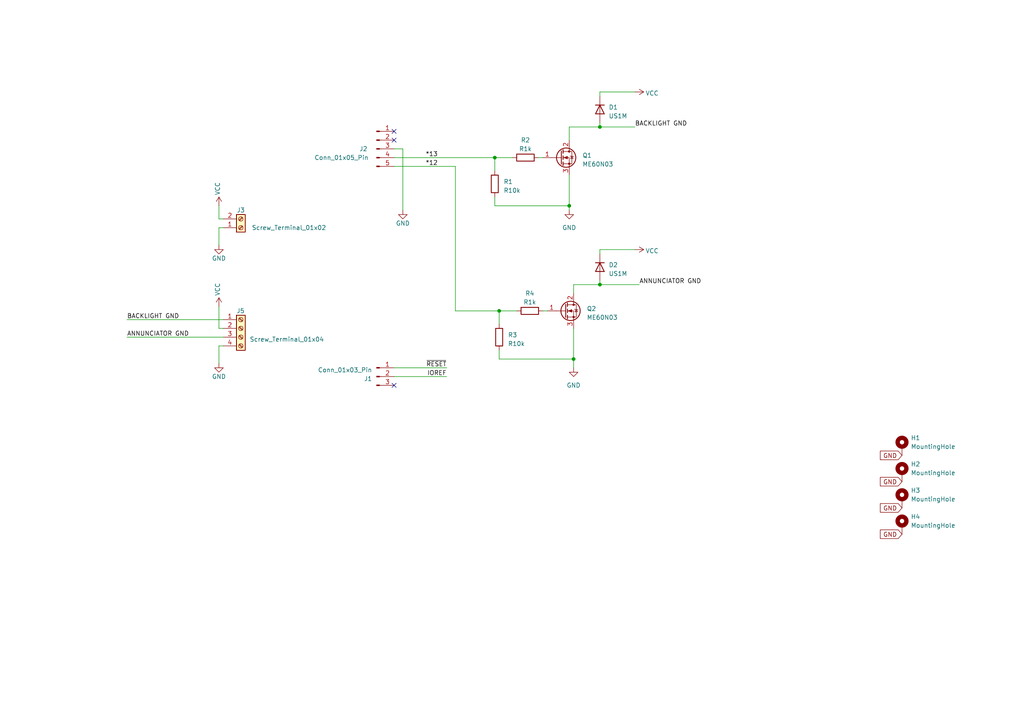
<source format=kicad_sch>
(kicad_sch
	(version 20250114)
	(generator "eeschema")
	(generator_version "9.0")
	(uuid "e63e39d7-6ac0-4ffd-8aa3-1841a4541b55")
	(paper "A4")
	(title_block
		(date "mar. 31 mars 2015")
	)
	(lib_symbols
		(symbol "Connector:Conn_01x03_Pin"
			(pin_names
				(offset 1.016)
				(hide yes)
			)
			(exclude_from_sim no)
			(in_bom yes)
			(on_board yes)
			(property "Reference" "J"
				(at 0 5.08 0)
				(effects
					(font
						(size 1.27 1.27)
					)
				)
			)
			(property "Value" "Conn_01x03_Pin"
				(at 0 -5.08 0)
				(effects
					(font
						(size 1.27 1.27)
					)
				)
			)
			(property "Footprint" ""
				(at 0 0 0)
				(effects
					(font
						(size 1.27 1.27)
					)
					(hide yes)
				)
			)
			(property "Datasheet" "~"
				(at 0 0 0)
				(effects
					(font
						(size 1.27 1.27)
					)
					(hide yes)
				)
			)
			(property "Description" "Generic connector, single row, 01x03, script generated"
				(at 0 0 0)
				(effects
					(font
						(size 1.27 1.27)
					)
					(hide yes)
				)
			)
			(property "ki_locked" ""
				(at 0 0 0)
				(effects
					(font
						(size 1.27 1.27)
					)
				)
			)
			(property "ki_keywords" "connector"
				(at 0 0 0)
				(effects
					(font
						(size 1.27 1.27)
					)
					(hide yes)
				)
			)
			(property "ki_fp_filters" "Connector*:*_1x??_*"
				(at 0 0 0)
				(effects
					(font
						(size 1.27 1.27)
					)
					(hide yes)
				)
			)
			(symbol "Conn_01x03_Pin_1_1"
				(rectangle
					(start 0.8636 2.667)
					(end 0 2.413)
					(stroke
						(width 0.1524)
						(type default)
					)
					(fill
						(type outline)
					)
				)
				(rectangle
					(start 0.8636 0.127)
					(end 0 -0.127)
					(stroke
						(width 0.1524)
						(type default)
					)
					(fill
						(type outline)
					)
				)
				(rectangle
					(start 0.8636 -2.413)
					(end 0 -2.667)
					(stroke
						(width 0.1524)
						(type default)
					)
					(fill
						(type outline)
					)
				)
				(polyline
					(pts
						(xy 1.27 2.54) (xy 0.8636 2.54)
					)
					(stroke
						(width 0.1524)
						(type default)
					)
					(fill
						(type none)
					)
				)
				(polyline
					(pts
						(xy 1.27 0) (xy 0.8636 0)
					)
					(stroke
						(width 0.1524)
						(type default)
					)
					(fill
						(type none)
					)
				)
				(polyline
					(pts
						(xy 1.27 -2.54) (xy 0.8636 -2.54)
					)
					(stroke
						(width 0.1524)
						(type default)
					)
					(fill
						(type none)
					)
				)
				(pin passive line
					(at 5.08 2.54 180)
					(length 3.81)
					(name "Pin_1"
						(effects
							(font
								(size 1.27 1.27)
							)
						)
					)
					(number "1"
						(effects
							(font
								(size 1.27 1.27)
							)
						)
					)
				)
				(pin passive line
					(at 5.08 0 180)
					(length 3.81)
					(name "Pin_2"
						(effects
							(font
								(size 1.27 1.27)
							)
						)
					)
					(number "2"
						(effects
							(font
								(size 1.27 1.27)
							)
						)
					)
				)
				(pin passive line
					(at 5.08 -2.54 180)
					(length 3.81)
					(name "Pin_3"
						(effects
							(font
								(size 1.27 1.27)
							)
						)
					)
					(number "3"
						(effects
							(font
								(size 1.27 1.27)
							)
						)
					)
				)
			)
			(embedded_fonts no)
		)
		(symbol "Connector:Conn_01x05_Pin"
			(pin_names
				(offset 1.016)
				(hide yes)
			)
			(exclude_from_sim no)
			(in_bom yes)
			(on_board yes)
			(property "Reference" "J"
				(at 0 7.62 0)
				(effects
					(font
						(size 1.27 1.27)
					)
				)
			)
			(property "Value" "Conn_01x05_Pin"
				(at 0 -7.62 0)
				(effects
					(font
						(size 1.27 1.27)
					)
				)
			)
			(property "Footprint" ""
				(at 0 0 0)
				(effects
					(font
						(size 1.27 1.27)
					)
					(hide yes)
				)
			)
			(property "Datasheet" "~"
				(at 0 0 0)
				(effects
					(font
						(size 1.27 1.27)
					)
					(hide yes)
				)
			)
			(property "Description" "Generic connector, single row, 01x05, script generated"
				(at 0 0 0)
				(effects
					(font
						(size 1.27 1.27)
					)
					(hide yes)
				)
			)
			(property "ki_locked" ""
				(at 0 0 0)
				(effects
					(font
						(size 1.27 1.27)
					)
				)
			)
			(property "ki_keywords" "connector"
				(at 0 0 0)
				(effects
					(font
						(size 1.27 1.27)
					)
					(hide yes)
				)
			)
			(property "ki_fp_filters" "Connector*:*_1x??_*"
				(at 0 0 0)
				(effects
					(font
						(size 1.27 1.27)
					)
					(hide yes)
				)
			)
			(symbol "Conn_01x05_Pin_1_1"
				(rectangle
					(start 0.8636 5.207)
					(end 0 4.953)
					(stroke
						(width 0.1524)
						(type default)
					)
					(fill
						(type outline)
					)
				)
				(rectangle
					(start 0.8636 2.667)
					(end 0 2.413)
					(stroke
						(width 0.1524)
						(type default)
					)
					(fill
						(type outline)
					)
				)
				(rectangle
					(start 0.8636 0.127)
					(end 0 -0.127)
					(stroke
						(width 0.1524)
						(type default)
					)
					(fill
						(type outline)
					)
				)
				(rectangle
					(start 0.8636 -2.413)
					(end 0 -2.667)
					(stroke
						(width 0.1524)
						(type default)
					)
					(fill
						(type outline)
					)
				)
				(rectangle
					(start 0.8636 -4.953)
					(end 0 -5.207)
					(stroke
						(width 0.1524)
						(type default)
					)
					(fill
						(type outline)
					)
				)
				(polyline
					(pts
						(xy 1.27 5.08) (xy 0.8636 5.08)
					)
					(stroke
						(width 0.1524)
						(type default)
					)
					(fill
						(type none)
					)
				)
				(polyline
					(pts
						(xy 1.27 2.54) (xy 0.8636 2.54)
					)
					(stroke
						(width 0.1524)
						(type default)
					)
					(fill
						(type none)
					)
				)
				(polyline
					(pts
						(xy 1.27 0) (xy 0.8636 0)
					)
					(stroke
						(width 0.1524)
						(type default)
					)
					(fill
						(type none)
					)
				)
				(polyline
					(pts
						(xy 1.27 -2.54) (xy 0.8636 -2.54)
					)
					(stroke
						(width 0.1524)
						(type default)
					)
					(fill
						(type none)
					)
				)
				(polyline
					(pts
						(xy 1.27 -5.08) (xy 0.8636 -5.08)
					)
					(stroke
						(width 0.1524)
						(type default)
					)
					(fill
						(type none)
					)
				)
				(pin passive line
					(at 5.08 5.08 180)
					(length 3.81)
					(name "Pin_1"
						(effects
							(font
								(size 1.27 1.27)
							)
						)
					)
					(number "1"
						(effects
							(font
								(size 1.27 1.27)
							)
						)
					)
				)
				(pin passive line
					(at 5.08 2.54 180)
					(length 3.81)
					(name "Pin_2"
						(effects
							(font
								(size 1.27 1.27)
							)
						)
					)
					(number "2"
						(effects
							(font
								(size 1.27 1.27)
							)
						)
					)
				)
				(pin passive line
					(at 5.08 0 180)
					(length 3.81)
					(name "Pin_3"
						(effects
							(font
								(size 1.27 1.27)
							)
						)
					)
					(number "3"
						(effects
							(font
								(size 1.27 1.27)
							)
						)
					)
				)
				(pin passive line
					(at 5.08 -2.54 180)
					(length 3.81)
					(name "Pin_4"
						(effects
							(font
								(size 1.27 1.27)
							)
						)
					)
					(number "4"
						(effects
							(font
								(size 1.27 1.27)
							)
						)
					)
				)
				(pin passive line
					(at 5.08 -5.08 180)
					(length 3.81)
					(name "Pin_5"
						(effects
							(font
								(size 1.27 1.27)
							)
						)
					)
					(number "5"
						(effects
							(font
								(size 1.27 1.27)
							)
						)
					)
				)
			)
			(embedded_fonts no)
		)
		(symbol "Connector:Screw_Terminal_01x02"
			(pin_names
				(offset 1.016)
				(hide yes)
			)
			(exclude_from_sim no)
			(in_bom yes)
			(on_board yes)
			(property "Reference" "J"
				(at 0 2.54 0)
				(effects
					(font
						(size 1.27 1.27)
					)
				)
			)
			(property "Value" "Screw_Terminal_01x02"
				(at 0 -5.08 0)
				(effects
					(font
						(size 1.27 1.27)
					)
				)
			)
			(property "Footprint" ""
				(at 0 0 0)
				(effects
					(font
						(size 1.27 1.27)
					)
					(hide yes)
				)
			)
			(property "Datasheet" "~"
				(at 0 0 0)
				(effects
					(font
						(size 1.27 1.27)
					)
					(hide yes)
				)
			)
			(property "Description" "Generic screw terminal, single row, 01x02, script generated (kicad-library-utils/schlib/autogen/connector/)"
				(at 0 0 0)
				(effects
					(font
						(size 1.27 1.27)
					)
					(hide yes)
				)
			)
			(property "ki_keywords" "screw terminal"
				(at 0 0 0)
				(effects
					(font
						(size 1.27 1.27)
					)
					(hide yes)
				)
			)
			(property "ki_fp_filters" "TerminalBlock*:*"
				(at 0 0 0)
				(effects
					(font
						(size 1.27 1.27)
					)
					(hide yes)
				)
			)
			(symbol "Screw_Terminal_01x02_1_1"
				(rectangle
					(start -1.27 1.27)
					(end 1.27 -3.81)
					(stroke
						(width 0.254)
						(type default)
					)
					(fill
						(type background)
					)
				)
				(polyline
					(pts
						(xy -0.5334 0.3302) (xy 0.3302 -0.508)
					)
					(stroke
						(width 0.1524)
						(type default)
					)
					(fill
						(type none)
					)
				)
				(polyline
					(pts
						(xy -0.5334 -2.2098) (xy 0.3302 -3.048)
					)
					(stroke
						(width 0.1524)
						(type default)
					)
					(fill
						(type none)
					)
				)
				(polyline
					(pts
						(xy -0.3556 0.508) (xy 0.508 -0.3302)
					)
					(stroke
						(width 0.1524)
						(type default)
					)
					(fill
						(type none)
					)
				)
				(polyline
					(pts
						(xy -0.3556 -2.032) (xy 0.508 -2.8702)
					)
					(stroke
						(width 0.1524)
						(type default)
					)
					(fill
						(type none)
					)
				)
				(circle
					(center 0 0)
					(radius 0.635)
					(stroke
						(width 0.1524)
						(type default)
					)
					(fill
						(type none)
					)
				)
				(circle
					(center 0 -2.54)
					(radius 0.635)
					(stroke
						(width 0.1524)
						(type default)
					)
					(fill
						(type none)
					)
				)
				(pin passive line
					(at -5.08 0 0)
					(length 3.81)
					(name "Pin_1"
						(effects
							(font
								(size 1.27 1.27)
							)
						)
					)
					(number "1"
						(effects
							(font
								(size 1.27 1.27)
							)
						)
					)
				)
				(pin passive line
					(at -5.08 -2.54 0)
					(length 3.81)
					(name "Pin_2"
						(effects
							(font
								(size 1.27 1.27)
							)
						)
					)
					(number "2"
						(effects
							(font
								(size 1.27 1.27)
							)
						)
					)
				)
			)
			(embedded_fonts no)
		)
		(symbol "Connector:Screw_Terminal_01x04"
			(pin_names
				(offset 1.016)
				(hide yes)
			)
			(exclude_from_sim no)
			(in_bom yes)
			(on_board yes)
			(property "Reference" "J"
				(at 0 5.08 0)
				(effects
					(font
						(size 1.27 1.27)
					)
				)
			)
			(property "Value" "Screw_Terminal_01x04"
				(at 0 -7.62 0)
				(effects
					(font
						(size 1.27 1.27)
					)
				)
			)
			(property "Footprint" ""
				(at 0 0 0)
				(effects
					(font
						(size 1.27 1.27)
					)
					(hide yes)
				)
			)
			(property "Datasheet" "~"
				(at 0 0 0)
				(effects
					(font
						(size 1.27 1.27)
					)
					(hide yes)
				)
			)
			(property "Description" "Generic screw terminal, single row, 01x04, script generated (kicad-library-utils/schlib/autogen/connector/)"
				(at 0 0 0)
				(effects
					(font
						(size 1.27 1.27)
					)
					(hide yes)
				)
			)
			(property "ki_keywords" "screw terminal"
				(at 0 0 0)
				(effects
					(font
						(size 1.27 1.27)
					)
					(hide yes)
				)
			)
			(property "ki_fp_filters" "TerminalBlock*:*"
				(at 0 0 0)
				(effects
					(font
						(size 1.27 1.27)
					)
					(hide yes)
				)
			)
			(symbol "Screw_Terminal_01x04_1_1"
				(rectangle
					(start -1.27 3.81)
					(end 1.27 -6.35)
					(stroke
						(width 0.254)
						(type default)
					)
					(fill
						(type background)
					)
				)
				(polyline
					(pts
						(xy -0.5334 2.8702) (xy 0.3302 2.032)
					)
					(stroke
						(width 0.1524)
						(type default)
					)
					(fill
						(type none)
					)
				)
				(polyline
					(pts
						(xy -0.5334 0.3302) (xy 0.3302 -0.508)
					)
					(stroke
						(width 0.1524)
						(type default)
					)
					(fill
						(type none)
					)
				)
				(polyline
					(pts
						(xy -0.5334 -2.2098) (xy 0.3302 -3.048)
					)
					(stroke
						(width 0.1524)
						(type default)
					)
					(fill
						(type none)
					)
				)
				(polyline
					(pts
						(xy -0.5334 -4.7498) (xy 0.3302 -5.588)
					)
					(stroke
						(width 0.1524)
						(type default)
					)
					(fill
						(type none)
					)
				)
				(polyline
					(pts
						(xy -0.3556 3.048) (xy 0.508 2.2098)
					)
					(stroke
						(width 0.1524)
						(type default)
					)
					(fill
						(type none)
					)
				)
				(polyline
					(pts
						(xy -0.3556 0.508) (xy 0.508 -0.3302)
					)
					(stroke
						(width 0.1524)
						(type default)
					)
					(fill
						(type none)
					)
				)
				(polyline
					(pts
						(xy -0.3556 -2.032) (xy 0.508 -2.8702)
					)
					(stroke
						(width 0.1524)
						(type default)
					)
					(fill
						(type none)
					)
				)
				(polyline
					(pts
						(xy -0.3556 -4.572) (xy 0.508 -5.4102)
					)
					(stroke
						(width 0.1524)
						(type default)
					)
					(fill
						(type none)
					)
				)
				(circle
					(center 0 2.54)
					(radius 0.635)
					(stroke
						(width 0.1524)
						(type default)
					)
					(fill
						(type none)
					)
				)
				(circle
					(center 0 0)
					(radius 0.635)
					(stroke
						(width 0.1524)
						(type default)
					)
					(fill
						(type none)
					)
				)
				(circle
					(center 0 -2.54)
					(radius 0.635)
					(stroke
						(width 0.1524)
						(type default)
					)
					(fill
						(type none)
					)
				)
				(circle
					(center 0 -5.08)
					(radius 0.635)
					(stroke
						(width 0.1524)
						(type default)
					)
					(fill
						(type none)
					)
				)
				(pin passive line
					(at -5.08 2.54 0)
					(length 3.81)
					(name "Pin_1"
						(effects
							(font
								(size 1.27 1.27)
							)
						)
					)
					(number "1"
						(effects
							(font
								(size 1.27 1.27)
							)
						)
					)
				)
				(pin passive line
					(at -5.08 0 0)
					(length 3.81)
					(name "Pin_2"
						(effects
							(font
								(size 1.27 1.27)
							)
						)
					)
					(number "2"
						(effects
							(font
								(size 1.27 1.27)
							)
						)
					)
				)
				(pin passive line
					(at -5.08 -2.54 0)
					(length 3.81)
					(name "Pin_3"
						(effects
							(font
								(size 1.27 1.27)
							)
						)
					)
					(number "3"
						(effects
							(font
								(size 1.27 1.27)
							)
						)
					)
				)
				(pin passive line
					(at -5.08 -5.08 0)
					(length 3.81)
					(name "Pin_4"
						(effects
							(font
								(size 1.27 1.27)
							)
						)
					)
					(number "4"
						(effects
							(font
								(size 1.27 1.27)
							)
						)
					)
				)
			)
			(embedded_fonts no)
		)
		(symbol "Device:R"
			(pin_numbers
				(hide yes)
			)
			(pin_names
				(offset 0)
			)
			(exclude_from_sim no)
			(in_bom yes)
			(on_board yes)
			(property "Reference" "R"
				(at 2.032 0 90)
				(effects
					(font
						(size 1.27 1.27)
					)
				)
			)
			(property "Value" "R"
				(at 0 0 90)
				(effects
					(font
						(size 1.27 1.27)
					)
				)
			)
			(property "Footprint" ""
				(at -1.778 0 90)
				(effects
					(font
						(size 1.27 1.27)
					)
					(hide yes)
				)
			)
			(property "Datasheet" "~"
				(at 0 0 0)
				(effects
					(font
						(size 1.27 1.27)
					)
					(hide yes)
				)
			)
			(property "Description" "Resistor"
				(at 0 0 0)
				(effects
					(font
						(size 1.27 1.27)
					)
					(hide yes)
				)
			)
			(property "ki_keywords" "R res resistor"
				(at 0 0 0)
				(effects
					(font
						(size 1.27 1.27)
					)
					(hide yes)
				)
			)
			(property "ki_fp_filters" "R_*"
				(at 0 0 0)
				(effects
					(font
						(size 1.27 1.27)
					)
					(hide yes)
				)
			)
			(symbol "R_0_1"
				(rectangle
					(start -1.016 -2.54)
					(end 1.016 2.54)
					(stroke
						(width 0.254)
						(type default)
					)
					(fill
						(type none)
					)
				)
			)
			(symbol "R_1_1"
				(pin passive line
					(at 0 3.81 270)
					(length 1.27)
					(name "~"
						(effects
							(font
								(size 1.27 1.27)
							)
						)
					)
					(number "1"
						(effects
							(font
								(size 1.27 1.27)
							)
						)
					)
				)
				(pin passive line
					(at 0 -3.81 90)
					(length 1.27)
					(name "~"
						(effects
							(font
								(size 1.27 1.27)
							)
						)
					)
					(number "2"
						(effects
							(font
								(size 1.27 1.27)
							)
						)
					)
				)
			)
			(embedded_fonts no)
		)
		(symbol "Diode:US1M"
			(pin_numbers
				(hide yes)
			)
			(pin_names
				(hide yes)
			)
			(exclude_from_sim no)
			(in_bom yes)
			(on_board yes)
			(property "Reference" "D"
				(at 0 2.54 0)
				(effects
					(font
						(size 1.27 1.27)
					)
				)
			)
			(property "Value" "US1M"
				(at 0 -2.54 0)
				(effects
					(font
						(size 1.27 1.27)
					)
				)
			)
			(property "Footprint" "Diode_SMD:D_SMA"
				(at 0 -4.445 0)
				(effects
					(font
						(size 1.27 1.27)
					)
					(hide yes)
				)
			)
			(property "Datasheet" "https://www.diodes.com/assets/Datasheets/ds16008.pdf"
				(at 0 0 0)
				(effects
					(font
						(size 1.27 1.27)
					)
					(hide yes)
				)
			)
			(property "Description" "1000V, 1A, General Purpose Rectifier Diode, SMA(DO-214AC)"
				(at 0 0 0)
				(effects
					(font
						(size 1.27 1.27)
					)
					(hide yes)
				)
			)
			(property "Sim.Device" "D"
				(at 0 0 0)
				(effects
					(font
						(size 1.27 1.27)
					)
					(hide yes)
				)
			)
			(property "Sim.Pins" "1=K 2=A"
				(at 0 0 0)
				(effects
					(font
						(size 1.27 1.27)
					)
					(hide yes)
				)
			)
			(property "ki_keywords" "Ultra Fast"
				(at 0 0 0)
				(effects
					(font
						(size 1.27 1.27)
					)
					(hide yes)
				)
			)
			(property "ki_fp_filters" "D*SMA*"
				(at 0 0 0)
				(effects
					(font
						(size 1.27 1.27)
					)
					(hide yes)
				)
			)
			(symbol "US1M_0_1"
				(polyline
					(pts
						(xy -1.27 1.27) (xy -1.27 -1.27)
					)
					(stroke
						(width 0.254)
						(type default)
					)
					(fill
						(type none)
					)
				)
				(polyline
					(pts
						(xy 1.27 1.27) (xy 1.27 -1.27) (xy -1.27 0) (xy 1.27 1.27)
					)
					(stroke
						(width 0.254)
						(type default)
					)
					(fill
						(type none)
					)
				)
				(polyline
					(pts
						(xy 1.27 0) (xy -1.27 0)
					)
					(stroke
						(width 0)
						(type default)
					)
					(fill
						(type none)
					)
				)
			)
			(symbol "US1M_1_1"
				(pin passive line
					(at -3.81 0 0)
					(length 2.54)
					(name "K"
						(effects
							(font
								(size 1.27 1.27)
							)
						)
					)
					(number "1"
						(effects
							(font
								(size 1.27 1.27)
							)
						)
					)
				)
				(pin passive line
					(at 3.81 0 180)
					(length 2.54)
					(name "A"
						(effects
							(font
								(size 1.27 1.27)
							)
						)
					)
					(number "2"
						(effects
							(font
								(size 1.27 1.27)
							)
						)
					)
				)
			)
			(embedded_fonts no)
		)
		(symbol "GND_1"
			(power)
			(pin_names
				(offset 0)
			)
			(exclude_from_sim no)
			(in_bom yes)
			(on_board yes)
			(property "Reference" "#PWR"
				(at 0 -6.35 0)
				(effects
					(font
						(size 1.27 1.27)
					)
					(hide yes)
				)
			)
			(property "Value" "GND_1"
				(at 0 -3.81 0)
				(effects
					(font
						(size 1.27 1.27)
					)
				)
			)
			(property "Footprint" ""
				(at 0 0 0)
				(effects
					(font
						(size 1.27 1.27)
					)
					(hide yes)
				)
			)
			(property "Datasheet" ""
				(at 0 0 0)
				(effects
					(font
						(size 1.27 1.27)
					)
					(hide yes)
				)
			)
			(property "Description" "Power symbol creates a global label with name \"GND\" , ground"
				(at 0 0 0)
				(effects
					(font
						(size 1.27 1.27)
					)
					(hide yes)
				)
			)
			(property "ki_keywords" "global power"
				(at 0 0 0)
				(effects
					(font
						(size 1.27 1.27)
					)
					(hide yes)
				)
			)
			(symbol "GND_1_0_1"
				(polyline
					(pts
						(xy 0 0) (xy 0 -1.27) (xy 1.27 -1.27) (xy 0 -2.54) (xy -1.27 -1.27) (xy 0 -1.27)
					)
					(stroke
						(width 0)
						(type default)
					)
					(fill
						(type none)
					)
				)
			)
			(symbol "GND_1_1_1"
				(pin power_in line
					(at 0 0 270)
					(length 0)
					(hide yes)
					(name "GND"
						(effects
							(font
								(size 1.27 1.27)
							)
						)
					)
					(number "1"
						(effects
							(font
								(size 1.27 1.27)
							)
						)
					)
				)
			)
			(embedded_fonts no)
		)
		(symbol "Mechanical:MountingHole_Pad"
			(pin_numbers
				(hide yes)
			)
			(pin_names
				(offset 1.016)
				(hide yes)
			)
			(exclude_from_sim no)
			(in_bom yes)
			(on_board yes)
			(property "Reference" "H"
				(at 0 6.35 0)
				(effects
					(font
						(size 1.27 1.27)
					)
				)
			)
			(property "Value" "MountingHole_Pad"
				(at 0 4.445 0)
				(effects
					(font
						(size 1.27 1.27)
					)
				)
			)
			(property "Footprint" ""
				(at 0 0 0)
				(effects
					(font
						(size 1.27 1.27)
					)
					(hide yes)
				)
			)
			(property "Datasheet" "~"
				(at 0 0 0)
				(effects
					(font
						(size 1.27 1.27)
					)
					(hide yes)
				)
			)
			(property "Description" "Mounting Hole with connection"
				(at 0 0 0)
				(effects
					(font
						(size 1.27 1.27)
					)
					(hide yes)
				)
			)
			(property "ki_keywords" "mounting hole"
				(at 0 0 0)
				(effects
					(font
						(size 1.27 1.27)
					)
					(hide yes)
				)
			)
			(property "ki_fp_filters" "MountingHole*Pad*"
				(at 0 0 0)
				(effects
					(font
						(size 1.27 1.27)
					)
					(hide yes)
				)
			)
			(symbol "MountingHole_Pad_0_1"
				(circle
					(center 0 1.27)
					(radius 1.27)
					(stroke
						(width 1.27)
						(type default)
					)
					(fill
						(type none)
					)
				)
			)
			(symbol "MountingHole_Pad_1_1"
				(pin input line
					(at 0 -2.54 90)
					(length 2.54)
					(name "1"
						(effects
							(font
								(size 1.27 1.27)
							)
						)
					)
					(number "1"
						(effects
							(font
								(size 1.27 1.27)
							)
						)
					)
				)
			)
			(embedded_fonts no)
		)
		(symbol "Transistor_FET:IRLZ44N"
			(pin_names
				(hide yes)
			)
			(exclude_from_sim no)
			(in_bom yes)
			(on_board yes)
			(property "Reference" "Q"
				(at 6.35 1.905 0)
				(effects
					(font
						(size 1.27 1.27)
					)
					(justify left)
				)
			)
			(property "Value" "IRLZ44N"
				(at 6.35 0 0)
				(effects
					(font
						(size 1.27 1.27)
					)
					(justify left)
				)
			)
			(property "Footprint" "Package_TO_SOT_THT:TO-220-3_Vertical"
				(at 6.35 -1.905 0)
				(effects
					(font
						(size 1.27 1.27)
						(italic yes)
					)
					(justify left)
					(hide yes)
				)
			)
			(property "Datasheet" "http://www.irf.com/product-info/datasheets/data/irlz44n.pdf"
				(at 0 0 0)
				(effects
					(font
						(size 1.27 1.27)
					)
					(justify left)
					(hide yes)
				)
			)
			(property "Description" "47A Id, 55V Vds, 22mOhm Rds Single N-Channel HEXFET Power MOSFET, TO-220AB"
				(at 0 0 0)
				(effects
					(font
						(size 1.27 1.27)
					)
					(hide yes)
				)
			)
			(property "ki_keywords" "N-Channel HEXFET MOSFET Logic-Level"
				(at 0 0 0)
				(effects
					(font
						(size 1.27 1.27)
					)
					(hide yes)
				)
			)
			(property "ki_fp_filters" "TO?220*"
				(at 0 0 0)
				(effects
					(font
						(size 1.27 1.27)
					)
					(hide yes)
				)
			)
			(symbol "IRLZ44N_0_1"
				(polyline
					(pts
						(xy 0.254 1.905) (xy 0.254 -1.905)
					)
					(stroke
						(width 0.254)
						(type default)
					)
					(fill
						(type none)
					)
				)
				(polyline
					(pts
						(xy 0.254 0) (xy -2.54 0)
					)
					(stroke
						(width 0)
						(type default)
					)
					(fill
						(type none)
					)
				)
				(polyline
					(pts
						(xy 0.762 2.286) (xy 0.762 1.27)
					)
					(stroke
						(width 0.254)
						(type default)
					)
					(fill
						(type none)
					)
				)
				(polyline
					(pts
						(xy 0.762 0.508) (xy 0.762 -0.508)
					)
					(stroke
						(width 0.254)
						(type default)
					)
					(fill
						(type none)
					)
				)
				(polyline
					(pts
						(xy 0.762 -1.27) (xy 0.762 -2.286)
					)
					(stroke
						(width 0.254)
						(type default)
					)
					(fill
						(type none)
					)
				)
				(polyline
					(pts
						(xy 0.762 -1.778) (xy 3.302 -1.778) (xy 3.302 1.778) (xy 0.762 1.778)
					)
					(stroke
						(width 0)
						(type default)
					)
					(fill
						(type none)
					)
				)
				(polyline
					(pts
						(xy 1.016 0) (xy 2.032 0.381) (xy 2.032 -0.381) (xy 1.016 0)
					)
					(stroke
						(width 0)
						(type default)
					)
					(fill
						(type outline)
					)
				)
				(circle
					(center 1.651 0)
					(radius 2.794)
					(stroke
						(width 0.254)
						(type default)
					)
					(fill
						(type none)
					)
				)
				(polyline
					(pts
						(xy 2.54 2.54) (xy 2.54 1.778)
					)
					(stroke
						(width 0)
						(type default)
					)
					(fill
						(type none)
					)
				)
				(circle
					(center 2.54 1.778)
					(radius 0.254)
					(stroke
						(width 0)
						(type default)
					)
					(fill
						(type outline)
					)
				)
				(circle
					(center 2.54 -1.778)
					(radius 0.254)
					(stroke
						(width 0)
						(type default)
					)
					(fill
						(type outline)
					)
				)
				(polyline
					(pts
						(xy 2.54 -2.54) (xy 2.54 0) (xy 0.762 0)
					)
					(stroke
						(width 0)
						(type default)
					)
					(fill
						(type none)
					)
				)
				(polyline
					(pts
						(xy 2.794 0.508) (xy 2.921 0.381) (xy 3.683 0.381) (xy 3.81 0.254)
					)
					(stroke
						(width 0)
						(type default)
					)
					(fill
						(type none)
					)
				)
				(polyline
					(pts
						(xy 3.302 0.381) (xy 2.921 -0.254) (xy 3.683 -0.254) (xy 3.302 0.381)
					)
					(stroke
						(width 0)
						(type default)
					)
					(fill
						(type none)
					)
				)
			)
			(symbol "IRLZ44N_1_1"
				(pin input line
					(at -5.08 0 0)
					(length 2.54)
					(name "G"
						(effects
							(font
								(size 1.27 1.27)
							)
						)
					)
					(number "1"
						(effects
							(font
								(size 1.27 1.27)
							)
						)
					)
				)
				(pin passive line
					(at 2.54 5.08 270)
					(length 2.54)
					(name "D"
						(effects
							(font
								(size 1.27 1.27)
							)
						)
					)
					(number "2"
						(effects
							(font
								(size 1.27 1.27)
							)
						)
					)
				)
				(pin passive line
					(at 2.54 -5.08 90)
					(length 2.54)
					(name "S"
						(effects
							(font
								(size 1.27 1.27)
							)
						)
					)
					(number "3"
						(effects
							(font
								(size 1.27 1.27)
							)
						)
					)
				)
			)
			(embedded_fonts no)
		)
		(symbol "power:GND"
			(power)
			(pin_names
				(offset 0)
			)
			(exclude_from_sim no)
			(in_bom yes)
			(on_board yes)
			(property "Reference" "#PWR"
				(at 0 -6.35 0)
				(effects
					(font
						(size 1.27 1.27)
					)
					(hide yes)
				)
			)
			(property "Value" "GND"
				(at 0 -3.81 0)
				(effects
					(font
						(size 1.27 1.27)
					)
				)
			)
			(property "Footprint" ""
				(at 0 0 0)
				(effects
					(font
						(size 1.27 1.27)
					)
					(hide yes)
				)
			)
			(property "Datasheet" ""
				(at 0 0 0)
				(effects
					(font
						(size 1.27 1.27)
					)
					(hide yes)
				)
			)
			(property "Description" "Power symbol creates a global label with name \"GND\" , ground"
				(at 0 0 0)
				(effects
					(font
						(size 1.27 1.27)
					)
					(hide yes)
				)
			)
			(property "ki_keywords" "power-flag"
				(at 0 0 0)
				(effects
					(font
						(size 1.27 1.27)
					)
					(hide yes)
				)
			)
			(symbol "GND_0_1"
				(polyline
					(pts
						(xy 0 0) (xy 0 -1.27) (xy 1.27 -1.27) (xy 0 -2.54) (xy -1.27 -1.27) (xy 0 -1.27)
					)
					(stroke
						(width 0)
						(type default)
					)
					(fill
						(type none)
					)
				)
			)
			(symbol "GND_1_1"
				(pin power_in line
					(at 0 0 270)
					(length 0)
					(hide yes)
					(name "GND"
						(effects
							(font
								(size 1.27 1.27)
							)
						)
					)
					(number "1"
						(effects
							(font
								(size 1.27 1.27)
							)
						)
					)
				)
			)
			(embedded_fonts no)
		)
		(symbol "power:VCC"
			(power)
			(pin_names
				(offset 0)
			)
			(exclude_from_sim no)
			(in_bom yes)
			(on_board yes)
			(property "Reference" "#PWR"
				(at 0 -3.81 0)
				(effects
					(font
						(size 1.27 1.27)
					)
					(hide yes)
				)
			)
			(property "Value" "VCC"
				(at 0 3.81 0)
				(effects
					(font
						(size 1.27 1.27)
					)
				)
			)
			(property "Footprint" ""
				(at 0 0 0)
				(effects
					(font
						(size 1.27 1.27)
					)
					(hide yes)
				)
			)
			(property "Datasheet" ""
				(at 0 0 0)
				(effects
					(font
						(size 1.27 1.27)
					)
					(hide yes)
				)
			)
			(property "Description" "Power symbol creates a global label with name \"VCC\""
				(at 0 0 0)
				(effects
					(font
						(size 1.27 1.27)
					)
					(hide yes)
				)
			)
			(property "ki_keywords" "power-flag"
				(at 0 0 0)
				(effects
					(font
						(size 1.27 1.27)
					)
					(hide yes)
				)
			)
			(symbol "VCC_0_1"
				(polyline
					(pts
						(xy -0.762 1.27) (xy 0 2.54)
					)
					(stroke
						(width 0)
						(type default)
					)
					(fill
						(type none)
					)
				)
				(polyline
					(pts
						(xy 0 2.54) (xy 0.762 1.27)
					)
					(stroke
						(width 0)
						(type default)
					)
					(fill
						(type none)
					)
				)
				(polyline
					(pts
						(xy 0 0) (xy 0 2.54)
					)
					(stroke
						(width 0)
						(type default)
					)
					(fill
						(type none)
					)
				)
			)
			(symbol "VCC_1_1"
				(pin power_in line
					(at 0 0 90)
					(length 0)
					(hide yes)
					(name "VCC"
						(effects
							(font
								(size 1.27 1.27)
							)
						)
					)
					(number "1"
						(effects
							(font
								(size 1.27 1.27)
							)
						)
					)
				)
			)
			(embedded_fonts no)
		)
	)
	(junction
		(at 173.99 82.55)
		(diameter 0)
		(color 0 0 0 0)
		(uuid "1595530d-ae22-422f-80e9-2fa46ff9aa1f")
	)
	(junction
		(at 143.51 45.72)
		(diameter 0)
		(color 0 0 0 0)
		(uuid "34e12c63-fdd4-47e2-b281-d151f9002134")
	)
	(junction
		(at 166.37 104.14)
		(diameter 0)
		(color 0 0 0 0)
		(uuid "47b42e73-9f0b-4c52-8410-9f66c248d3ae")
	)
	(junction
		(at 144.78 90.17)
		(diameter 0)
		(color 0 0 0 0)
		(uuid "71bfa637-1ea7-4767-88d3-52315da96ad9")
	)
	(junction
		(at 173.99 36.83)
		(diameter 0)
		(color 0 0 0 0)
		(uuid "76d71730-24d3-4815-ad39-9ac28bc13c11")
	)
	(junction
		(at 165.1 59.69)
		(diameter 0)
		(color 0 0 0 0)
		(uuid "77c988cd-9a18-4ced-98fc-d26ebf88ace7")
	)
	(no_connect
		(at 114.3 40.64)
		(uuid "24ebbc1b-5d1b-4bb7-b1ae-369ff6ff64c0")
	)
	(no_connect
		(at 114.3 38.1)
		(uuid "44ad0144-3d8d-43a0-85f2-e7fd5774e9d4")
	)
	(no_connect
		(at 114.3 111.76)
		(uuid "d181157c-7812-47e5-a0cf-9580c905fc86")
	)
	(wire
		(pts
			(xy 144.78 93.98) (xy 144.78 90.17)
		)
		(stroke
			(width 0)
			(type default)
		)
		(uuid "0a626df2-0100-4fa6-ac8e-0354048e43e0")
	)
	(wire
		(pts
			(xy 144.78 104.14) (xy 166.37 104.14)
		)
		(stroke
			(width 0)
			(type default)
		)
		(uuid "135c2e2c-b190-4a49-8b71-0f5fb41624aa")
	)
	(wire
		(pts
			(xy 173.99 72.39) (xy 173.99 73.66)
		)
		(stroke
			(width 0)
			(type default)
		)
		(uuid "13f9eb95-7998-4695-902f-0dcf7f0531f9")
	)
	(wire
		(pts
			(xy 166.37 104.14) (xy 166.37 95.25)
		)
		(stroke
			(width 0)
			(type default)
		)
		(uuid "1b920783-35fe-43f5-98bd-c50e244180d8")
	)
	(wire
		(pts
			(xy 173.99 35.56) (xy 173.99 36.83)
		)
		(stroke
			(width 0)
			(type default)
		)
		(uuid "1bfd6eda-400a-4edf-8c76-f53ba2cb2128")
	)
	(wire
		(pts
			(xy 173.99 82.55) (xy 185.42 82.55)
		)
		(stroke
			(width 0)
			(type default)
		)
		(uuid "21e64fc5-362c-4b38-914c-56e236d80c59")
	)
	(wire
		(pts
			(xy 144.78 90.17) (xy 149.86 90.17)
		)
		(stroke
			(width 0)
			(type default)
		)
		(uuid "29186adc-34b5-4397-95dd-18317dbf5d64")
	)
	(wire
		(pts
			(xy 114.3 45.72) (xy 143.51 45.72)
		)
		(stroke
			(width 0)
			(type default)
		)
		(uuid "2ba7aaa0-9db7-4e38-a55f-07d6c045f750")
	)
	(wire
		(pts
			(xy 173.99 36.83) (xy 184.15 36.83)
		)
		(stroke
			(width 0)
			(type default)
		)
		(uuid "3e13e464-046d-4df5-a958-913e2e57a709")
	)
	(wire
		(pts
			(xy 63.5 71.12) (xy 63.5 66.04)
		)
		(stroke
			(width 0)
			(type default)
		)
		(uuid "47bf29f8-3c2f-4fca-88ae-c59a605ec8ec")
	)
	(wire
		(pts
			(xy 132.08 48.26) (xy 132.08 90.17)
		)
		(stroke
			(width 0)
			(type default)
		)
		(uuid "4b52602c-9c54-4ebd-93fc-9e739f97de54")
	)
	(wire
		(pts
			(xy 63.5 88.9) (xy 63.5 95.25)
		)
		(stroke
			(width 0)
			(type default)
		)
		(uuid "560edd71-cdeb-48e4-a9d1-84bafff049d4")
	)
	(wire
		(pts
			(xy 63.5 66.04) (xy 64.77 66.04)
		)
		(stroke
			(width 0)
			(type default)
		)
		(uuid "6226952f-7ad5-4df6-9ed8-89383afcf3e8")
	)
	(wire
		(pts
			(xy 36.83 92.71) (xy 64.77 92.71)
		)
		(stroke
			(width 0)
			(type default)
		)
		(uuid "696c8987-8774-459f-be47-d31a22db5ef2")
	)
	(wire
		(pts
			(xy 165.1 36.83) (xy 173.99 36.83)
		)
		(stroke
			(width 0)
			(type default)
		)
		(uuid "6a884c25-9253-4ae0-a5ba-f3ae5c4b5b42")
	)
	(wire
		(pts
			(xy 132.08 90.17) (xy 144.78 90.17)
		)
		(stroke
			(width 0)
			(type default)
		)
		(uuid "6d7b7ca5-8238-47a8-86a4-f91cda498939")
	)
	(wire
		(pts
			(xy 129.54 109.22) (xy 114.3 109.22)
		)
		(stroke
			(width 0)
			(type solid)
		)
		(uuid "73d4774c-1387-4550-b580-a1cc0ac89b89")
	)
	(wire
		(pts
			(xy 173.99 81.28) (xy 173.99 82.55)
		)
		(stroke
			(width 0)
			(type default)
		)
		(uuid "7a1667f3-0e51-44cf-a067-09e8f2279777")
	)
	(wire
		(pts
			(xy 116.84 43.18) (xy 116.84 60.96)
		)
		(stroke
			(width 0)
			(type solid)
		)
		(uuid "84ce350c-b0c1-4e69-9ab2-f7ec7b8bb312")
	)
	(wire
		(pts
			(xy 157.48 90.17) (xy 158.75 90.17)
		)
		(stroke
			(width 0)
			(type default)
		)
		(uuid "87c5d6c8-1d87-482a-8f49-8d322ff90f22")
	)
	(wire
		(pts
			(xy 166.37 82.55) (xy 173.99 82.55)
		)
		(stroke
			(width 0)
			(type default)
		)
		(uuid "90ca363d-e7b9-4b7f-ae84-06fbfd3724bc")
	)
	(wire
		(pts
			(xy 129.54 106.68) (xy 114.3 106.68)
		)
		(stroke
			(width 0)
			(type solid)
		)
		(uuid "93e52853-9d1e-4afe-aee8-b825ab9f5d09")
	)
	(wire
		(pts
			(xy 63.5 105.41) (xy 63.5 100.33)
		)
		(stroke
			(width 0)
			(type default)
		)
		(uuid "a0d82ff6-1e0b-452c-abb0-10920e4b0f87")
	)
	(wire
		(pts
			(xy 63.5 100.33) (xy 64.77 100.33)
		)
		(stroke
			(width 0)
			(type default)
		)
		(uuid "a4c6a16e-e448-45e1-8a19-21661b644925")
	)
	(wire
		(pts
			(xy 63.5 63.5) (xy 64.77 63.5)
		)
		(stroke
			(width 0)
			(type default)
		)
		(uuid "a538b14b-d377-4959-b594-88afc59b9d4b")
	)
	(wire
		(pts
			(xy 173.99 26.67) (xy 173.99 27.94)
		)
		(stroke
			(width 0)
			(type default)
		)
		(uuid "a9937633-2880-4c26-abfa-af183226f50b")
	)
	(wire
		(pts
			(xy 165.1 59.69) (xy 165.1 50.8)
		)
		(stroke
			(width 0)
			(type default)
		)
		(uuid "ae44f61c-b11e-46ab-82d3-6a8b7d97dfc8")
	)
	(wire
		(pts
			(xy 166.37 85.09) (xy 166.37 82.55)
		)
		(stroke
			(width 0)
			(type default)
		)
		(uuid "b20b1e1d-d3ee-45cf-a826-f11ee6b380f9")
	)
	(wire
		(pts
			(xy 114.3 43.18) (xy 116.84 43.18)
		)
		(stroke
			(width 0)
			(type solid)
		)
		(uuid "bcbc7302-8a54-4b9b-98b9-f277f1b20941")
	)
	(wire
		(pts
			(xy 143.51 45.72) (xy 143.51 49.53)
		)
		(stroke
			(width 0)
			(type default)
		)
		(uuid "bf49aa16-8a4a-449e-83f9-2a5ce9b07d48")
	)
	(wire
		(pts
			(xy 63.5 59.69) (xy 63.5 63.5)
		)
		(stroke
			(width 0)
			(type default)
		)
		(uuid "c5c280a2-4e0d-420f-bcaa-71051bb6ee4c")
	)
	(wire
		(pts
			(xy 36.83 97.79) (xy 64.77 97.79)
		)
		(stroke
			(width 0)
			(type default)
		)
		(uuid "c7f1a082-5611-4e93-a897-267c51134aee")
	)
	(wire
		(pts
			(xy 156.21 45.72) (xy 157.48 45.72)
		)
		(stroke
			(width 0)
			(type default)
		)
		(uuid "ca9013eb-b0a4-417e-92f9-75ea2cec5480")
	)
	(wire
		(pts
			(xy 143.51 59.69) (xy 165.1 59.69)
		)
		(stroke
			(width 0)
			(type default)
		)
		(uuid "ccc04103-2035-45c9-b037-360993df7e51")
	)
	(wire
		(pts
			(xy 114.3 48.26) (xy 132.08 48.26)
		)
		(stroke
			(width 0)
			(type solid)
		)
		(uuid "cfe99980-2d98-4372-b495-04c53027340b")
	)
	(wire
		(pts
			(xy 184.15 26.67) (xy 173.99 26.67)
		)
		(stroke
			(width 0)
			(type default)
		)
		(uuid "d26b0580-2c81-427a-9e40-1c337d9e70f0")
	)
	(wire
		(pts
			(xy 166.37 106.68) (xy 166.37 104.14)
		)
		(stroke
			(width 0)
			(type default)
		)
		(uuid "d5ec2ad2-7e53-40ff-8269-fb57efc0bb61")
	)
	(wire
		(pts
			(xy 165.1 36.83) (xy 165.1 40.64)
		)
		(stroke
			(width 0)
			(type default)
		)
		(uuid "dc37af90-2044-4ef7-b1f3-6a04814521b9")
	)
	(wire
		(pts
			(xy 144.78 101.6) (xy 144.78 104.14)
		)
		(stroke
			(width 0)
			(type default)
		)
		(uuid "dd4e2065-84d1-4d78-b9f6-ceef0d2a3d87")
	)
	(wire
		(pts
			(xy 143.51 57.15) (xy 143.51 59.69)
		)
		(stroke
			(width 0)
			(type default)
		)
		(uuid "e5f3b5b5-8010-4251-adec-9759dd85330d")
	)
	(wire
		(pts
			(xy 184.15 72.39) (xy 173.99 72.39)
		)
		(stroke
			(width 0)
			(type default)
		)
		(uuid "f182b0f7-f675-49c5-a579-3b1be396cb4c")
	)
	(wire
		(pts
			(xy 165.1 60.96) (xy 165.1 59.69)
		)
		(stroke
			(width 0)
			(type default)
		)
		(uuid "f18d6bf0-b4d8-4f9e-8ca3-e9fdf42089c8")
	)
	(wire
		(pts
			(xy 63.5 95.25) (xy 64.77 95.25)
		)
		(stroke
			(width 0)
			(type default)
		)
		(uuid "f52a9104-e418-4190-8b19-596756470215")
	)
	(wire
		(pts
			(xy 143.51 45.72) (xy 148.59 45.72)
		)
		(stroke
			(width 0)
			(type default)
		)
		(uuid "f5897303-4a7e-4a61-a176-80c41b90d150")
	)
	(label "ANNUNCIATOR GND"
		(at 36.83 97.79 0)
		(effects
			(font
				(size 1.27 1.27)
			)
			(justify left bottom)
		)
		(uuid "1e300570-2d3d-4270-9edf-5cad657a4e4e")
	)
	(label "*13"
		(at 127 45.72 180)
		(effects
			(font
				(size 1.27 1.27)
			)
			(justify right bottom)
		)
		(uuid "35bc5b35-b7b2-44d5-bbed-557f428649b2")
	)
	(label "*12"
		(at 127 48.26 180)
		(effects
			(font
				(size 1.27 1.27)
			)
			(justify right bottom)
		)
		(uuid "3ffaa3b1-1d78-4c7b-bdf9-f1a8019c92fd")
	)
	(label "~{RESET}"
		(at 129.54 106.68 180)
		(effects
			(font
				(size 1.27 1.27)
			)
			(justify right bottom)
		)
		(uuid "49585dba-cfa7-4813-841e-9d900d43ecf4")
	)
	(label "BACKLIGHT GND"
		(at 184.15 36.83 0)
		(effects
			(font
				(size 1.27 1.27)
			)
			(justify left bottom)
		)
		(uuid "626f8029-198b-4cfd-ae23-2a9c14e1676d")
	)
	(label "ANNUNCIATOR GND"
		(at 185.42 82.55 0)
		(effects
			(font
				(size 1.27 1.27)
			)
			(justify left bottom)
		)
		(uuid "78f33f24-d303-4fba-9be3-ccc68c08aae9")
	)
	(label "BACKLIGHT GND"
		(at 36.83 92.71 0)
		(effects
			(font
				(size 1.27 1.27)
			)
			(justify left bottom)
		)
		(uuid "b45fc332-59fe-4795-9256-6b7a05799327")
	)
	(label "IOREF"
		(at 129.54 109.22 180)
		(effects
			(font
				(size 1.27 1.27)
			)
			(justify right bottom)
		)
		(uuid "de819ae4-b245-474b-a426-865ba877b8a2")
	)
	(global_label "GND"
		(shape input)
		(at 261.62 147.32 180)
		(fields_autoplaced yes)
		(effects
			(font
				(size 1.27 1.27)
			)
			(justify right)
		)
		(uuid "1235977c-b164-4ce9-9ce8-024b155fe7b5")
		(property "Intersheetrefs" "${INTERSHEET_REFS}"
			(at 255.3364 147.3994 0)
			(effects
				(font
					(size 1.27 1.27)
				)
				(justify right)
				(hide yes)
			)
		)
	)
	(global_label "GND"
		(shape input)
		(at 261.62 154.94 180)
		(fields_autoplaced yes)
		(effects
			(font
				(size 1.27 1.27)
			)
			(justify right)
		)
		(uuid "4568b16b-31f2-48d8-9d3a-aae0894e31d1")
		(property "Intersheetrefs" "${INTERSHEET_REFS}"
			(at 255.3364 155.0194 0)
			(effects
				(font
					(size 1.27 1.27)
				)
				(justify right)
				(hide yes)
			)
		)
	)
	(global_label "GND"
		(shape input)
		(at 261.62 132.08 180)
		(fields_autoplaced yes)
		(effects
			(font
				(size 1.27 1.27)
			)
			(justify right)
		)
		(uuid "6d2d5316-d833-4933-a071-3c67bdf2c35a")
		(property "Intersheetrefs" "${INTERSHEET_REFS}"
			(at 255.3364 132.1594 0)
			(effects
				(font
					(size 1.27 1.27)
				)
				(justify right)
				(hide yes)
			)
		)
	)
	(global_label "GND"
		(shape input)
		(at 261.62 139.7 180)
		(fields_autoplaced yes)
		(effects
			(font
				(size 1.27 1.27)
			)
			(justify right)
		)
		(uuid "7b102ce4-be6d-4aa6-a017-741ae6716905")
		(property "Intersheetrefs" "${INTERSHEET_REFS}"
			(at 255.3364 139.7794 0)
			(effects
				(font
					(size 1.27 1.27)
				)
				(justify right)
				(hide yes)
			)
		)
	)
	(symbol
		(lib_id "power:GND")
		(at 116.84 60.96 0)
		(unit 1)
		(exclude_from_sim no)
		(in_bom yes)
		(on_board yes)
		(dnp no)
		(uuid "00000000-0000-0000-0000-000056d72a3d")
		(property "Reference" "#PWR05"
			(at 116.84 67.31 0)
			(effects
				(font
					(size 1.27 1.27)
				)
				(hide yes)
			)
		)
		(property "Value" "GND"
			(at 116.84 64.77 0)
			(effects
				(font
					(size 1.27 1.27)
				)
			)
		)
		(property "Footprint" ""
			(at 116.84 60.96 0)
			(effects
				(font
					(size 1.27 1.27)
				)
			)
		)
		(property "Datasheet" ""
			(at 116.84 60.96 0)
			(effects
				(font
					(size 1.27 1.27)
				)
			)
		)
		(property "Description" ""
			(at 116.84 60.96 0)
			(effects
				(font
					(size 1.27 1.27)
				)
			)
		)
		(pin "1"
			(uuid "dcc7d892-ae5b-4d8f-ab19-e541f0cf0497")
		)
		(instances
			(project "dimmer-board"
				(path "/e63e39d7-6ac0-4ffd-8aa3-1841a4541b55"
					(reference "#PWR05")
					(unit 1)
				)
			)
		)
	)
	(symbol
		(lib_id "Mechanical:MountingHole_Pad")
		(at 261.62 129.54 0)
		(unit 1)
		(exclude_from_sim no)
		(in_bom yes)
		(on_board yes)
		(dnp no)
		(fields_autoplaced yes)
		(uuid "0749de20-cda7-442f-9a07-02c38ed18966")
		(property "Reference" "H1"
			(at 264.16 126.9999 0)
			(effects
				(font
					(size 1.27 1.27)
				)
				(justify left)
			)
		)
		(property "Value" "MountingHole"
			(at 264.16 129.5399 0)
			(effects
				(font
					(size 1.27 1.27)
				)
				(justify left)
			)
		)
		(property "Footprint" "MountingHole:MountingHole_3.2mm_M3_ISO14580_Pad_TopBottom"
			(at 261.62 129.54 0)
			(effects
				(font
					(size 1.27 1.27)
				)
				(hide yes)
			)
		)
		(property "Datasheet" "~"
			(at 261.62 129.54 0)
			(effects
				(font
					(size 1.27 1.27)
				)
				(hide yes)
			)
		)
		(property "Description" ""
			(at 261.62 129.54 0)
			(effects
				(font
					(size 1.27 1.27)
				)
			)
		)
		(pin "1"
			(uuid "6cbe7d36-1e12-4959-a857-323c28715a97")
		)
		(instances
			(project "737-small-gauge"
				(path "/40d227c3-c9da-40b5-9e55-688278fe92f9"
					(reference "H1")
					(unit 1)
				)
			)
			(project "RP2040-gauge-controller"
				(path "/5f583d6f-ba81-4a5e-807b-a105baf4aa16"
					(reference "H1")
					(unit 1)
				)
			)
			(project "dual-encoder-board"
				(path "/d04844d1-8779-4547-9d30-86688eb51b8d"
					(reference "H1")
					(unit 1)
				)
			)
			(project "dimmer-board"
				(path "/e63e39d7-6ac0-4ffd-8aa3-1841a4541b55"
					(reference "H1")
					(unit 1)
				)
			)
		)
	)
	(symbol
		(lib_id "Mechanical:MountingHole_Pad")
		(at 261.62 144.78 0)
		(unit 1)
		(exclude_from_sim no)
		(in_bom yes)
		(on_board yes)
		(dnp no)
		(fields_autoplaced yes)
		(uuid "1f2a6380-3ece-4791-9b8e-9a7b7d1e6ab4")
		(property "Reference" "H3"
			(at 264.16 142.2399 0)
			(effects
				(font
					(size 1.27 1.27)
				)
				(justify left)
			)
		)
		(property "Value" "MountingHole"
			(at 264.16 144.7799 0)
			(effects
				(font
					(size 1.27 1.27)
				)
				(justify left)
			)
		)
		(property "Footprint" "MountingHole:MountingHole_3.2mm_M3_ISO14580_Pad_TopBottom"
			(at 261.62 144.78 0)
			(effects
				(font
					(size 1.27 1.27)
				)
				(hide yes)
			)
		)
		(property "Datasheet" "~"
			(at 261.62 144.78 0)
			(effects
				(font
					(size 1.27 1.27)
				)
				(hide yes)
			)
		)
		(property "Description" ""
			(at 261.62 144.78 0)
			(effects
				(font
					(size 1.27 1.27)
				)
			)
		)
		(pin "1"
			(uuid "a44793a0-3fa2-4c27-a55c-c243985e07eb")
		)
		(instances
			(project "737-small-gauge"
				(path "/40d227c3-c9da-40b5-9e55-688278fe92f9"
					(reference "H3")
					(unit 1)
				)
			)
			(project "RP2040-gauge-controller"
				(path "/5f583d6f-ba81-4a5e-807b-a105baf4aa16"
					(reference "H3")
					(unit 1)
				)
			)
			(project "dual-encoder-board"
				(path "/d04844d1-8779-4547-9d30-86688eb51b8d"
					(reference "H3")
					(unit 1)
				)
			)
			(project "dimmer-board"
				(path "/e63e39d7-6ac0-4ffd-8aa3-1841a4541b55"
					(reference "H3")
					(unit 1)
				)
			)
		)
	)
	(symbol
		(lib_id "Mechanical:MountingHole_Pad")
		(at 261.62 152.4 0)
		(unit 1)
		(exclude_from_sim no)
		(in_bom yes)
		(on_board yes)
		(dnp no)
		(fields_autoplaced yes)
		(uuid "37ae00ce-8706-4b6c-9db8-cccb04ddd523")
		(property "Reference" "H4"
			(at 264.16 149.8599 0)
			(effects
				(font
					(size 1.27 1.27)
				)
				(justify left)
			)
		)
		(property "Value" "MountingHole"
			(at 264.16 152.3999 0)
			(effects
				(font
					(size 1.27 1.27)
				)
				(justify left)
			)
		)
		(property "Footprint" "MountingHole:MountingHole_3.2mm_M3_ISO14580_Pad_TopBottom"
			(at 261.62 152.4 0)
			(effects
				(font
					(size 1.27 1.27)
				)
				(hide yes)
			)
		)
		(property "Datasheet" "~"
			(at 261.62 152.4 0)
			(effects
				(font
					(size 1.27 1.27)
				)
				(hide yes)
			)
		)
		(property "Description" ""
			(at 261.62 152.4 0)
			(effects
				(font
					(size 1.27 1.27)
				)
			)
		)
		(pin "1"
			(uuid "04054f5b-3251-44d9-94ac-47c326a808ba")
		)
		(instances
			(project "737-small-gauge"
				(path "/40d227c3-c9da-40b5-9e55-688278fe92f9"
					(reference "H4")
					(unit 1)
				)
			)
			(project "RP2040-gauge-controller"
				(path "/5f583d6f-ba81-4a5e-807b-a105baf4aa16"
					(reference "H4")
					(unit 1)
				)
			)
			(project "dual-encoder-board"
				(path "/d04844d1-8779-4547-9d30-86688eb51b8d"
					(reference "H4")
					(unit 1)
				)
			)
			(project "dimmer-board"
				(path "/e63e39d7-6ac0-4ffd-8aa3-1841a4541b55"
					(reference "H4")
					(unit 1)
				)
			)
		)
	)
	(symbol
		(lib_id "Connector:Conn_01x03_Pin")
		(at 109.22 109.22 0)
		(unit 1)
		(exclude_from_sim no)
		(in_bom yes)
		(on_board yes)
		(dnp no)
		(fields_autoplaced yes)
		(uuid "3f5b21f0-0285-4704-8bbf-a697999b7257")
		(property "Reference" "J1"
			(at 107.95 109.855 0)
			(effects
				(font
					(size 1.27 1.27)
				)
				(justify right)
			)
		)
		(property "Value" "Conn_01x03_Pin"
			(at 107.95 107.315 0)
			(effects
				(font
					(size 1.27 1.27)
				)
				(justify right)
			)
		)
		(property "Footprint" "Connector_PinHeader_2.54mm:PinHeader_1x03_P2.54mm_Vertical"
			(at 109.22 109.22 0)
			(effects
				(font
					(size 1.27 1.27)
				)
				(hide yes)
			)
		)
		(property "Datasheet" "~"
			(at 109.22 109.22 0)
			(effects
				(font
					(size 1.27 1.27)
				)
				(hide yes)
			)
		)
		(property "Description" ""
			(at 109.22 109.22 0)
			(effects
				(font
					(size 1.27 1.27)
				)
			)
		)
		(pin "1"
			(uuid "c71f5295-f49b-43a0-8ec2-2a2c77b8fc38")
		)
		(pin "2"
			(uuid "4321d013-b034-4ad2-afc0-c45ad3fb6f29")
		)
		(pin "3"
			(uuid "39e72d7c-54e2-4c61-b948-dbe482e699de")
		)
		(instances
			(project "dimmer-board"
				(path "/e63e39d7-6ac0-4ffd-8aa3-1841a4541b55"
					(reference "J1")
					(unit 1)
				)
			)
		)
	)
	(symbol
		(lib_id "Device:R")
		(at 153.67 90.17 90)
		(unit 1)
		(exclude_from_sim no)
		(in_bom yes)
		(on_board yes)
		(dnp no)
		(fields_autoplaced yes)
		(uuid "4435308f-4969-490b-a0ab-962ac5c1d087")
		(property "Reference" "R4"
			(at 153.67 85.09 90)
			(effects
				(font
					(size 1.27 1.27)
				)
			)
		)
		(property "Value" "R1k"
			(at 153.67 87.63 90)
			(effects
				(font
					(size 1.27 1.27)
				)
			)
		)
		(property "Footprint" "Resistor_SMD:R_1206_3216Metric"
			(at 153.67 91.948 90)
			(effects
				(font
					(size 1.27 1.27)
				)
				(hide yes)
			)
		)
		(property "Datasheet" "~"
			(at 153.67 90.17 0)
			(effects
				(font
					(size 1.27 1.27)
				)
				(hide yes)
			)
		)
		(property "Description" ""
			(at 153.67 90.17 0)
			(effects
				(font
					(size 1.27 1.27)
				)
			)
		)
		(property "LCSC" "C4410"
			(at 153.67 90.17 90)
			(effects
				(font
					(size 1.27 1.27)
				)
				(hide yes)
			)
		)
		(pin "1"
			(uuid "44a3b4bd-bf34-4de1-9a89-3272bdeac359")
		)
		(pin "2"
			(uuid "6b469bb3-892f-4f63-b0e1-c66a252aded2")
		)
		(instances
			(project "dimmer-board"
				(path "/e63e39d7-6ac0-4ffd-8aa3-1841a4541b55"
					(reference "R4")
					(unit 1)
				)
			)
		)
	)
	(symbol
		(lib_id "Transistor_FET:IRLZ44N")
		(at 162.56 45.72 0)
		(unit 1)
		(exclude_from_sim no)
		(in_bom yes)
		(on_board yes)
		(dnp no)
		(fields_autoplaced yes)
		(uuid "526d2123-f3d0-4e07-9318-12eae239193a")
		(property "Reference" "Q1"
			(at 168.91 45.085 0)
			(effects
				(font
					(size 1.27 1.27)
				)
				(justify left)
			)
		)
		(property "Value" "ME60N03"
			(at 168.91 47.625 0)
			(effects
				(font
					(size 1.27 1.27)
				)
				(justify left)
			)
		)
		(property "Footprint" "Package_TO_SOT_SMD:TO-252-2"
			(at 168.91 47.625 0)
			(effects
				(font
					(size 1.27 1.27)
					(italic yes)
				)
				(justify left)
				(hide yes)
			)
		)
		(property "Datasheet" "https://datasheet.lcsc.com/lcsc/1808311530_MATSUKI-ME60N03_C165232.pdf"
			(at 162.56 45.72 0)
			(effects
				(font
					(size 1.27 1.27)
				)
				(justify left)
				(hide yes)
			)
		)
		(property "Description" ""
			(at 162.56 45.72 0)
			(effects
				(font
					(size 1.27 1.27)
				)
			)
		)
		(property "LCSC" "C165232"
			(at 162.56 45.72 0)
			(effects
				(font
					(size 1.27 1.27)
				)
				(hide yes)
			)
		)
		(property "Field5" ""
			(at 162.56 45.72 0)
			(effects
				(font
					(size 1.27 1.27)
				)
				(hide yes)
			)
		)
		(pin "1"
			(uuid "fab664b1-3d8a-4f72-867a-2b668f37597e")
		)
		(pin "2"
			(uuid "5b9bb777-d3c5-417f-ae92-cea0dadf7100")
		)
		(pin "3"
			(uuid "336a9808-d652-44a2-8969-77466112b4c2")
		)
		(instances
			(project "dimmer-board"
				(path "/e63e39d7-6ac0-4ffd-8aa3-1841a4541b55"
					(reference "Q1")
					(unit 1)
				)
			)
		)
	)
	(symbol
		(lib_id "Device:R")
		(at 152.4 45.72 90)
		(unit 1)
		(exclude_from_sim no)
		(in_bom yes)
		(on_board yes)
		(dnp no)
		(fields_autoplaced yes)
		(uuid "5597481d-b332-4001-99e8-e27e7d9767b8")
		(property "Reference" "R2"
			(at 152.4 40.64 90)
			(effects
				(font
					(size 1.27 1.27)
				)
			)
		)
		(property "Value" "R1k"
			(at 152.4 43.18 90)
			(effects
				(font
					(size 1.27 1.27)
				)
			)
		)
		(property "Footprint" "Resistor_SMD:R_1206_3216Metric"
			(at 152.4 47.498 90)
			(effects
				(font
					(size 1.27 1.27)
				)
				(hide yes)
			)
		)
		(property "Datasheet" "~"
			(at 152.4 45.72 0)
			(effects
				(font
					(size 1.27 1.27)
				)
				(hide yes)
			)
		)
		(property "Description" ""
			(at 152.4 45.72 0)
			(effects
				(font
					(size 1.27 1.27)
				)
			)
		)
		(property "LCSC" "C4410"
			(at 152.4 45.72 90)
			(effects
				(font
					(size 1.27 1.27)
				)
				(hide yes)
			)
		)
		(pin "1"
			(uuid "f851f54a-26d6-422d-a0cd-48e3baa1d397")
		)
		(pin "2"
			(uuid "70ce115e-3b77-445b-84a6-93e48eb0dfa7")
		)
		(instances
			(project "dimmer-board"
				(path "/e63e39d7-6ac0-4ffd-8aa3-1841a4541b55"
					(reference "R2")
					(unit 1)
				)
			)
		)
	)
	(symbol
		(lib_id "power:VCC")
		(at 63.5 88.9 0)
		(mirror y)
		(unit 1)
		(exclude_from_sim no)
		(in_bom yes)
		(on_board yes)
		(dnp no)
		(uuid "67c1e7af-a328-4500-9305-adb7af2334a2")
		(property "Reference" "#PWR01"
			(at 63.5 92.71 0)
			(effects
				(font
					(size 1.27 1.27)
				)
				(hide yes)
			)
		)
		(property "Value" "VCC"
			(at 63.119 85.852 90)
			(effects
				(font
					(size 1.27 1.27)
				)
				(justify left)
			)
		)
		(property "Footprint" ""
			(at 63.5 88.9 0)
			(effects
				(font
					(size 1.27 1.27)
				)
				(hide yes)
			)
		)
		(property "Datasheet" ""
			(at 63.5 88.9 0)
			(effects
				(font
					(size 1.27 1.27)
				)
				(hide yes)
			)
		)
		(property "Description" ""
			(at 63.5 88.9 0)
			(effects
				(font
					(size 1.27 1.27)
				)
			)
		)
		(pin "1"
			(uuid "5f501c09-1891-42b6-928c-065040472beb")
		)
		(instances
			(project "dimmer-board"
				(path "/e63e39d7-6ac0-4ffd-8aa3-1841a4541b55"
					(reference "#PWR01")
					(unit 1)
				)
			)
		)
	)
	(symbol
		(lib_id "power:GND")
		(at 63.5 105.41 0)
		(unit 1)
		(exclude_from_sim no)
		(in_bom yes)
		(on_board yes)
		(dnp no)
		(uuid "78ce394e-f2d1-48da-ad8e-a9404e8587d3")
		(property "Reference" "#PWR02"
			(at 63.5 111.76 0)
			(effects
				(font
					(size 1.27 1.27)
				)
				(hide yes)
			)
		)
		(property "Value" "GND"
			(at 63.5 109.22 0)
			(effects
				(font
					(size 1.27 1.27)
				)
			)
		)
		(property "Footprint" ""
			(at 63.5 105.41 0)
			(effects
				(font
					(size 1.27 1.27)
				)
			)
		)
		(property "Datasheet" ""
			(at 63.5 105.41 0)
			(effects
				(font
					(size 1.27 1.27)
				)
			)
		)
		(property "Description" ""
			(at 63.5 105.41 0)
			(effects
				(font
					(size 1.27 1.27)
				)
			)
		)
		(pin "1"
			(uuid "9fed124b-a9c5-46a9-9c94-91c543fef822")
		)
		(instances
			(project "dimmer-board"
				(path "/e63e39d7-6ac0-4ffd-8aa3-1841a4541b55"
					(reference "#PWR02")
					(unit 1)
				)
			)
		)
	)
	(symbol
		(lib_id "power:VCC")
		(at 184.15 26.67 270)
		(unit 1)
		(exclude_from_sim no)
		(in_bom yes)
		(on_board yes)
		(dnp no)
		(uuid "89ac6cbc-e7b9-47c8-82c5-a9f4024f22a5")
		(property "Reference" "#PWR03"
			(at 180.34 26.67 0)
			(effects
				(font
					(size 1.27 1.27)
				)
				(hide yes)
			)
		)
		(property "Value" "VCC"
			(at 187.198 27.051 90)
			(effects
				(font
					(size 1.27 1.27)
				)
				(justify left)
			)
		)
		(property "Footprint" ""
			(at 184.15 26.67 0)
			(effects
				(font
					(size 1.27 1.27)
				)
				(hide yes)
			)
		)
		(property "Datasheet" ""
			(at 184.15 26.67 0)
			(effects
				(font
					(size 1.27 1.27)
				)
				(hide yes)
			)
		)
		(property "Description" ""
			(at 184.15 26.67 0)
			(effects
				(font
					(size 1.27 1.27)
				)
			)
		)
		(pin "1"
			(uuid "52967027-00a2-411d-95ea-8eb8c6454b13")
		)
		(instances
			(project "dimmer-board"
				(path "/e63e39d7-6ac0-4ffd-8aa3-1841a4541b55"
					(reference "#PWR03")
					(unit 1)
				)
			)
		)
	)
	(symbol
		(lib_id "power:VCC")
		(at 63.5 59.69 0)
		(mirror y)
		(unit 1)
		(exclude_from_sim no)
		(in_bom yes)
		(on_board yes)
		(dnp no)
		(uuid "8d9954d3-9946-4168-9e9a-e9cc7746ab5a")
		(property "Reference" "#PWR07"
			(at 63.5 63.5 0)
			(effects
				(font
					(size 1.27 1.27)
				)
				(hide yes)
			)
		)
		(property "Value" "VCC"
			(at 63.119 56.642 90)
			(effects
				(font
					(size 1.27 1.27)
				)
				(justify left)
			)
		)
		(property "Footprint" ""
			(at 63.5 59.69 0)
			(effects
				(font
					(size 1.27 1.27)
				)
				(hide yes)
			)
		)
		(property "Datasheet" ""
			(at 63.5 59.69 0)
			(effects
				(font
					(size 1.27 1.27)
				)
				(hide yes)
			)
		)
		(property "Description" ""
			(at 63.5 59.69 0)
			(effects
				(font
					(size 1.27 1.27)
				)
			)
		)
		(pin "1"
			(uuid "b716770e-4058-49c0-a029-d3d1edee2409")
		)
		(instances
			(project "dimmer-board"
				(path "/e63e39d7-6ac0-4ffd-8aa3-1841a4541b55"
					(reference "#PWR07")
					(unit 1)
				)
			)
		)
	)
	(symbol
		(lib_id "Diode:US1M")
		(at 173.99 77.47 270)
		(unit 1)
		(exclude_from_sim no)
		(in_bom yes)
		(on_board yes)
		(dnp no)
		(fields_autoplaced yes)
		(uuid "8f7135f2-8f6f-4c2a-82ac-c840dc739660")
		(property "Reference" "D2"
			(at 176.53 76.835 90)
			(effects
				(font
					(size 1.27 1.27)
				)
				(justify left)
			)
		)
		(property "Value" "US1M"
			(at 176.53 79.375 90)
			(effects
				(font
					(size 1.27 1.27)
				)
				(justify left)
			)
		)
		(property "Footprint" "Diode_SMD:D_SMA"
			(at 169.545 77.47 0)
			(effects
				(font
					(size 1.27 1.27)
				)
				(hide yes)
			)
		)
		(property "Datasheet" "https://www.diodes.com/assets/Datasheets/ds16008.pdf"
			(at 173.99 77.47 0)
			(effects
				(font
					(size 1.27 1.27)
				)
				(hide yes)
			)
		)
		(property "Description" ""
			(at 173.99 77.47 0)
			(effects
				(font
					(size 1.27 1.27)
				)
			)
		)
		(property "Sim.Device" "D"
			(at 173.99 77.47 0)
			(effects
				(font
					(size 1.27 1.27)
				)
				(hide yes)
			)
		)
		(property "Sim.Pins" "1=K 2=A"
			(at 173.99 77.47 0)
			(effects
				(font
					(size 1.27 1.27)
				)
				(hide yes)
			)
		)
		(property "LCSC" "C412437"
			(at 173.99 77.47 0)
			(effects
				(font
					(size 1.27 1.27)
				)
				(hide yes)
			)
		)
		(pin "1"
			(uuid "a342788a-00f3-4bd2-8b62-7ae1fd9c969a")
		)
		(pin "2"
			(uuid "cfa57780-f8d4-4657-b218-1778cec4e6d4")
		)
		(instances
			(project "dimmer-board"
				(path "/e63e39d7-6ac0-4ffd-8aa3-1841a4541b55"
					(reference "D2")
					(unit 1)
				)
			)
		)
	)
	(symbol
		(lib_id "Device:R")
		(at 144.78 97.79 0)
		(unit 1)
		(exclude_from_sim no)
		(in_bom yes)
		(on_board yes)
		(dnp no)
		(fields_autoplaced yes)
		(uuid "8faa6d0d-a333-430b-a254-5d65a1f3101a")
		(property "Reference" "R3"
			(at 147.32 97.155 0)
			(effects
				(font
					(size 1.27 1.27)
				)
				(justify left)
			)
		)
		(property "Value" "R10k"
			(at 147.32 99.695 0)
			(effects
				(font
					(size 1.27 1.27)
				)
				(justify left)
			)
		)
		(property "Footprint" "Resistor_SMD:R_1206_3216Metric"
			(at 143.002 97.79 90)
			(effects
				(font
					(size 1.27 1.27)
				)
				(hide yes)
			)
		)
		(property "Datasheet" "~"
			(at 144.78 97.79 0)
			(effects
				(font
					(size 1.27 1.27)
				)
				(hide yes)
			)
		)
		(property "Description" ""
			(at 144.78 97.79 0)
			(effects
				(font
					(size 1.27 1.27)
				)
			)
		)
		(property "LCSC" "C17902"
			(at 144.78 97.79 0)
			(effects
				(font
					(size 1.27 1.27)
				)
				(hide yes)
			)
		)
		(pin "1"
			(uuid "71131ff2-50b7-4c89-af6d-393513e91075")
		)
		(pin "2"
			(uuid "5d23cd8c-b58e-4cb2-aff8-f12ef03f2a77")
		)
		(instances
			(project "dimmer-board"
				(path "/e63e39d7-6ac0-4ffd-8aa3-1841a4541b55"
					(reference "R3")
					(unit 1)
				)
			)
		)
	)
	(symbol
		(lib_name "GND_1")
		(lib_id "power:GND")
		(at 166.37 106.68 0)
		(unit 1)
		(exclude_from_sim no)
		(in_bom yes)
		(on_board yes)
		(dnp no)
		(fields_autoplaced yes)
		(uuid "91654cd4-093d-43d8-bb1b-6f1d190cea23")
		(property "Reference" "#PWR09"
			(at 166.37 113.03 0)
			(effects
				(font
					(size 1.27 1.27)
				)
				(hide yes)
			)
		)
		(property "Value" "GND"
			(at 166.37 111.76 0)
			(effects
				(font
					(size 1.27 1.27)
				)
			)
		)
		(property "Footprint" ""
			(at 166.37 106.68 0)
			(effects
				(font
					(size 1.27 1.27)
				)
				(hide yes)
			)
		)
		(property "Datasheet" ""
			(at 166.37 106.68 0)
			(effects
				(font
					(size 1.27 1.27)
				)
				(hide yes)
			)
		)
		(property "Description" ""
			(at 166.37 106.68 0)
			(effects
				(font
					(size 1.27 1.27)
				)
			)
		)
		(pin "1"
			(uuid "e932fae4-2a76-4fa9-ac0f-f563c1781a65")
		)
		(instances
			(project "dimmer-board"
				(path "/e63e39d7-6ac0-4ffd-8aa3-1841a4541b55"
					(reference "#PWR09")
					(unit 1)
				)
			)
		)
	)
	(symbol
		(lib_id "Connector:Conn_01x05_Pin")
		(at 109.22 43.18 0)
		(unit 1)
		(exclude_from_sim no)
		(in_bom yes)
		(on_board yes)
		(dnp no)
		(uuid "9b86c91a-3f72-4af3-beb1-4ac815351cc5")
		(property "Reference" "J2"
			(at 105.41 43.18 0)
			(effects
				(font
					(size 1.27 1.27)
				)
			)
		)
		(property "Value" "Conn_01x05_Pin"
			(at 99.06 45.72 0)
			(effects
				(font
					(size 1.27 1.27)
				)
			)
		)
		(property "Footprint" "Connector_PinHeader_2.54mm:PinHeader_1x05_P2.54mm_Vertical"
			(at 109.22 43.18 0)
			(effects
				(font
					(size 1.27 1.27)
				)
				(hide yes)
			)
		)
		(property "Datasheet" "~"
			(at 109.22 43.18 0)
			(effects
				(font
					(size 1.27 1.27)
				)
				(hide yes)
			)
		)
		(property "Description" ""
			(at 109.22 43.18 0)
			(effects
				(font
					(size 1.27 1.27)
				)
			)
		)
		(pin "1"
			(uuid "0d36de49-f595-4de9-b4fc-af9d0423be35")
		)
		(pin "2"
			(uuid "5519fa69-2abf-4ca7-8d77-b79002a1ca27")
		)
		(pin "3"
			(uuid "90c2d9fd-d2b2-4558-beac-9d5d24b8d507")
		)
		(pin "4"
			(uuid "4a4fdccd-2e28-4db7-82de-29a50569c735")
		)
		(pin "5"
			(uuid "4fc39bc1-aa56-4af9-adbc-59d5ad9c552b")
		)
		(instances
			(project "dimmer-board"
				(path "/e63e39d7-6ac0-4ffd-8aa3-1841a4541b55"
					(reference "J2")
					(unit 1)
				)
			)
		)
	)
	(symbol
		(lib_id "Connector:Screw_Terminal_01x02")
		(at 69.85 66.04 0)
		(mirror x)
		(unit 1)
		(exclude_from_sim no)
		(in_bom yes)
		(on_board yes)
		(dnp no)
		(uuid "9ff40b56-fd2e-4ec1-ab8f-d7523699b500")
		(property "Reference" "J3"
			(at 69.85 60.96 0)
			(effects
				(font
					(size 1.27 1.27)
				)
			)
		)
		(property "Value" "Screw_Terminal_01x02"
			(at 83.82 66.04 0)
			(effects
				(font
					(size 1.27 1.27)
				)
			)
		)
		(property "Footprint" "TerminalBlock:TerminalBlock_bornier-2_P5.08mm"
			(at 69.85 66.04 0)
			(effects
				(font
					(size 1.27 1.27)
				)
				(hide yes)
			)
		)
		(property "Datasheet" "~"
			(at 69.85 66.04 0)
			(effects
				(font
					(size 1.27 1.27)
				)
				(hide yes)
			)
		)
		(property "Description" ""
			(at 69.85 66.04 0)
			(effects
				(font
					(size 1.27 1.27)
				)
			)
		)
		(property "LCSC" "C395882"
			(at 69.85 66.04 0)
			(effects
				(font
					(size 1.27 1.27)
				)
				(hide yes)
			)
		)
		(pin "1"
			(uuid "41196f4a-7710-4b97-aa7e-d7a7ace9dc47")
		)
		(pin "2"
			(uuid "047a2395-db87-4e8f-8535-0970eca48ba4")
		)
		(instances
			(project "dimmer-board"
				(path "/e63e39d7-6ac0-4ffd-8aa3-1841a4541b55"
					(reference "J3")
					(unit 1)
				)
			)
		)
	)
	(symbol
		(lib_id "Diode:US1M")
		(at 173.99 31.75 270)
		(unit 1)
		(exclude_from_sim no)
		(in_bom yes)
		(on_board yes)
		(dnp no)
		(fields_autoplaced yes)
		(uuid "a1d8e707-3835-49be-982b-1f32491adf19")
		(property "Reference" "D1"
			(at 176.53 31.115 90)
			(effects
				(font
					(size 1.27 1.27)
				)
				(justify left)
			)
		)
		(property "Value" "US1M"
			(at 176.53 33.655 90)
			(effects
				(font
					(size 1.27 1.27)
				)
				(justify left)
			)
		)
		(property "Footprint" "Diode_SMD:D_SMA"
			(at 169.545 31.75 0)
			(effects
				(font
					(size 1.27 1.27)
				)
				(hide yes)
			)
		)
		(property "Datasheet" "https://www.diodes.com/assets/Datasheets/ds16008.pdf"
			(at 173.99 31.75 0)
			(effects
				(font
					(size 1.27 1.27)
				)
				(hide yes)
			)
		)
		(property "Description" ""
			(at 173.99 31.75 0)
			(effects
				(font
					(size 1.27 1.27)
				)
			)
		)
		(property "Sim.Device" "D"
			(at 173.99 31.75 0)
			(effects
				(font
					(size 1.27 1.27)
				)
				(hide yes)
			)
		)
		(property "Sim.Pins" "1=K 2=A"
			(at 173.99 31.75 0)
			(effects
				(font
					(size 1.27 1.27)
				)
				(hide yes)
			)
		)
		(property "LCSC" "C412437"
			(at 173.99 31.75 0)
			(effects
				(font
					(size 1.27 1.27)
				)
				(hide yes)
			)
		)
		(pin "1"
			(uuid "10d4adb3-557b-408a-afd6-04e645172d25")
		)
		(pin "2"
			(uuid "71c8e394-974f-484c-9c36-09be29706a03")
		)
		(instances
			(project "dimmer-board"
				(path "/e63e39d7-6ac0-4ffd-8aa3-1841a4541b55"
					(reference "D1")
					(unit 1)
				)
			)
		)
	)
	(symbol
		(lib_id "Transistor_FET:IRLZ44N")
		(at 163.83 90.17 0)
		(unit 1)
		(exclude_from_sim no)
		(in_bom yes)
		(on_board yes)
		(dnp no)
		(fields_autoplaced yes)
		(uuid "ab533961-d255-4f82-bbc7-3a1edb8560c1")
		(property "Reference" "Q2"
			(at 170.18 89.535 0)
			(effects
				(font
					(size 1.27 1.27)
				)
				(justify left)
			)
		)
		(property "Value" "ME60N03"
			(at 170.18 92.075 0)
			(effects
				(font
					(size 1.27 1.27)
				)
				(justify left)
			)
		)
		(property "Footprint" "Package_TO_SOT_SMD:TO-252-2"
			(at 170.18 92.075 0)
			(effects
				(font
					(size 1.27 1.27)
					(italic yes)
				)
				(justify left)
				(hide yes)
			)
		)
		(property "Datasheet" "https://datasheet.lcsc.com/lcsc/1808311530_MATSUKI-ME60N03_C165232.pdf"
			(at 163.83 90.17 0)
			(effects
				(font
					(size 1.27 1.27)
				)
				(justify left)
				(hide yes)
			)
		)
		(property "Description" ""
			(at 163.83 90.17 0)
			(effects
				(font
					(size 1.27 1.27)
				)
			)
		)
		(property "LCSC" "C165232"
			(at 163.83 90.17 0)
			(effects
				(font
					(size 1.27 1.27)
				)
				(hide yes)
			)
		)
		(property "Field5" ""
			(at 163.83 90.17 0)
			(effects
				(font
					(size 1.27 1.27)
				)
				(hide yes)
			)
		)
		(pin "1"
			(uuid "116889b5-5de4-4fe2-8996-f1e5e01b89c5")
		)
		(pin "2"
			(uuid "f580764d-0b02-4162-ac09-b26e13c10b39")
		)
		(pin "3"
			(uuid "9e54d9d6-f88c-4388-a8c7-e8999761d820")
		)
		(instances
			(project "dimmer-board"
				(path "/e63e39d7-6ac0-4ffd-8aa3-1841a4541b55"
					(reference "Q2")
					(unit 1)
				)
			)
		)
	)
	(symbol
		(lib_id "Connector:Screw_Terminal_01x04")
		(at 69.85 95.25 0)
		(unit 1)
		(exclude_from_sim no)
		(in_bom yes)
		(on_board yes)
		(dnp no)
		(uuid "c4d4831f-7960-41ce-b3e3-8102762a2e67")
		(property "Reference" "J5"
			(at 68.58 90.17 0)
			(effects
				(font
					(size 1.27 1.27)
				)
				(justify left)
			)
		)
		(property "Value" "Screw_Terminal_01x04"
			(at 72.39 98.425 0)
			(effects
				(font
					(size 1.27 1.27)
				)
				(justify left)
			)
		)
		(property "Footprint" "TerminalBlock:TerminalBlock_bornier-4_P5.08mm"
			(at 69.85 95.25 0)
			(effects
				(font
					(size 1.27 1.27)
				)
				(hide yes)
			)
		)
		(property "Datasheet" "~"
			(at 69.85 95.25 0)
			(effects
				(font
					(size 1.27 1.27)
				)
				(hide yes)
			)
		)
		(property "Description" ""
			(at 69.85 95.25 0)
			(effects
				(font
					(size 1.27 1.27)
				)
			)
		)
		(property "LCSC" "C3034542"
			(at 69.85 95.25 0)
			(effects
				(font
					(size 1.27 1.27)
				)
				(hide yes)
			)
		)
		(pin "1"
			(uuid "367f007f-d557-4224-8b49-af5c6c350e81")
		)
		(pin "2"
			(uuid "120bb2b7-43b0-4f1d-bb5e-204cffa116bc")
		)
		(pin "3"
			(uuid "2dc4ecea-d2b2-4456-a6e3-a2d1d934484b")
		)
		(pin "4"
			(uuid "99287d96-5818-4b8e-ab3f-245aec81cb0d")
		)
		(instances
			(project "dimmer-board"
				(path "/e63e39d7-6ac0-4ffd-8aa3-1841a4541b55"
					(reference "J5")
					(unit 1)
				)
			)
		)
	)
	(symbol
		(lib_id "Mechanical:MountingHole_Pad")
		(at 261.62 137.16 0)
		(unit 1)
		(exclude_from_sim no)
		(in_bom yes)
		(on_board yes)
		(dnp no)
		(fields_autoplaced yes)
		(uuid "d3c5d75a-d62f-4aa4-8dc1-a907a83f893e")
		(property "Reference" "H2"
			(at 264.16 134.6199 0)
			(effects
				(font
					(size 1.27 1.27)
				)
				(justify left)
			)
		)
		(property "Value" "MountingHole"
			(at 264.16 137.1599 0)
			(effects
				(font
					(size 1.27 1.27)
				)
				(justify left)
			)
		)
		(property "Footprint" "MountingHole:MountingHole_3.2mm_M3_ISO14580_Pad_TopBottom"
			(at 261.62 137.16 0)
			(effects
				(font
					(size 1.27 1.27)
				)
				(hide yes)
			)
		)
		(property "Datasheet" "~"
			(at 261.62 137.16 0)
			(effects
				(font
					(size 1.27 1.27)
				)
				(hide yes)
			)
		)
		(property "Description" ""
			(at 261.62 137.16 0)
			(effects
				(font
					(size 1.27 1.27)
				)
			)
		)
		(pin "1"
			(uuid "52b4d806-52a5-464c-a9d6-ec7df612abff")
		)
		(instances
			(project "737-small-gauge"
				(path "/40d227c3-c9da-40b5-9e55-688278fe92f9"
					(reference "H2")
					(unit 1)
				)
			)
			(project "RP2040-gauge-controller"
				(path "/5f583d6f-ba81-4a5e-807b-a105baf4aa16"
					(reference "H2")
					(unit 1)
				)
			)
			(project "dual-encoder-board"
				(path "/d04844d1-8779-4547-9d30-86688eb51b8d"
					(reference "H2")
					(unit 1)
				)
			)
			(project "dimmer-board"
				(path "/e63e39d7-6ac0-4ffd-8aa3-1841a4541b55"
					(reference "H2")
					(unit 1)
				)
			)
		)
	)
	(symbol
		(lib_id "Device:R")
		(at 143.51 53.34 0)
		(unit 1)
		(exclude_from_sim no)
		(in_bom yes)
		(on_board yes)
		(dnp no)
		(fields_autoplaced yes)
		(uuid "e0ff3df0-c43a-43ca-95a7-da1c443574b2")
		(property "Reference" "R1"
			(at 146.05 52.705 0)
			(effects
				(font
					(size 1.27 1.27)
				)
				(justify left)
			)
		)
		(property "Value" "R10k"
			(at 146.05 55.245 0)
			(effects
				(font
					(size 1.27 1.27)
				)
				(justify left)
			)
		)
		(property "Footprint" "Resistor_SMD:R_1206_3216Metric"
			(at 141.732 53.34 90)
			(effects
				(font
					(size 1.27 1.27)
				)
				(hide yes)
			)
		)
		(property "Datasheet" "~"
			(at 143.51 53.34 0)
			(effects
				(font
					(size 1.27 1.27)
				)
				(hide yes)
			)
		)
		(property "Description" ""
			(at 143.51 53.34 0)
			(effects
				(font
					(size 1.27 1.27)
				)
			)
		)
		(property "LCSC" "C17902"
			(at 143.51 53.34 0)
			(effects
				(font
					(size 1.27 1.27)
				)
				(hide yes)
			)
		)
		(pin "1"
			(uuid "0aaa848e-7c23-4a47-909b-5b725f9f4360")
		)
		(pin "2"
			(uuid "b6478e4a-7963-492c-bed1-18ec637d371c")
		)
		(instances
			(project "dimmer-board"
				(path "/e63e39d7-6ac0-4ffd-8aa3-1841a4541b55"
					(reference "R1")
					(unit 1)
				)
			)
		)
	)
	(symbol
		(lib_name "GND_1")
		(lib_id "power:GND")
		(at 165.1 60.96 0)
		(unit 1)
		(exclude_from_sim no)
		(in_bom yes)
		(on_board yes)
		(dnp no)
		(fields_autoplaced yes)
		(uuid "e3b11a6e-5082-4a40-8e54-276e577999be")
		(property "Reference" "#PWR08"
			(at 165.1 67.31 0)
			(effects
				(font
					(size 1.27 1.27)
				)
				(hide yes)
			)
		)
		(property "Value" "GND"
			(at 165.1 66.04 0)
			(effects
				(font
					(size 1.27 1.27)
				)
			)
		)
		(property "Footprint" ""
			(at 165.1 60.96 0)
			(effects
				(font
					(size 1.27 1.27)
				)
				(hide yes)
			)
		)
		(property "Datasheet" ""
			(at 165.1 60.96 0)
			(effects
				(font
					(size 1.27 1.27)
				)
				(hide yes)
			)
		)
		(property "Description" ""
			(at 165.1 60.96 0)
			(effects
				(font
					(size 1.27 1.27)
				)
			)
		)
		(pin "1"
			(uuid "245830f0-79ae-46e8-bfc1-8abee4c61d1c")
		)
		(instances
			(project "dimmer-board"
				(path "/e63e39d7-6ac0-4ffd-8aa3-1841a4541b55"
					(reference "#PWR08")
					(unit 1)
				)
			)
		)
	)
	(symbol
		(lib_id "power:VCC")
		(at 184.15 72.39 270)
		(unit 1)
		(exclude_from_sim no)
		(in_bom yes)
		(on_board yes)
		(dnp no)
		(uuid "eca79d4a-4c35-4e89-9201-42efca5846a9")
		(property "Reference" "#PWR04"
			(at 180.34 72.39 0)
			(effects
				(font
					(size 1.27 1.27)
				)
				(hide yes)
			)
		)
		(property "Value" "VCC"
			(at 187.198 72.771 90)
			(effects
				(font
					(size 1.27 1.27)
				)
				(justify left)
			)
		)
		(property "Footprint" ""
			(at 184.15 72.39 0)
			(effects
				(font
					(size 1.27 1.27)
				)
				(hide yes)
			)
		)
		(property "Datasheet" ""
			(at 184.15 72.39 0)
			(effects
				(font
					(size 1.27 1.27)
				)
				(hide yes)
			)
		)
		(property "Description" ""
			(at 184.15 72.39 0)
			(effects
				(font
					(size 1.27 1.27)
				)
			)
		)
		(pin "1"
			(uuid "e43d29ad-7d2f-4b32-ab03-d77294718ba2")
		)
		(instances
			(project "dimmer-board"
				(path "/e63e39d7-6ac0-4ffd-8aa3-1841a4541b55"
					(reference "#PWR04")
					(unit 1)
				)
			)
		)
	)
	(symbol
		(lib_id "power:GND")
		(at 63.5 71.12 0)
		(mirror y)
		(unit 1)
		(exclude_from_sim no)
		(in_bom yes)
		(on_board yes)
		(dnp no)
		(uuid "fe5a892d-64af-4408-ab61-28c6ffca952d")
		(property "Reference" "#PWR06"
			(at 63.5 77.47 0)
			(effects
				(font
					(size 1.27 1.27)
				)
				(hide yes)
			)
		)
		(property "Value" "GND"
			(at 63.5 74.93 0)
			(effects
				(font
					(size 1.27 1.27)
				)
			)
		)
		(property "Footprint" ""
			(at 63.5 71.12 0)
			(effects
				(font
					(size 1.27 1.27)
				)
			)
		)
		(property "Datasheet" ""
			(at 63.5 71.12 0)
			(effects
				(font
					(size 1.27 1.27)
				)
			)
		)
		(property "Description" ""
			(at 63.5 71.12 0)
			(effects
				(font
					(size 1.27 1.27)
				)
			)
		)
		(pin "1"
			(uuid "b372e6d0-e085-4ca3-a0e6-36dd55e339c7")
		)
		(instances
			(project "dimmer-board"
				(path "/e63e39d7-6ac0-4ffd-8aa3-1841a4541b55"
					(reference "#PWR06")
					(unit 1)
				)
			)
		)
	)
	(sheet_instances
		(path "/"
			(page "1")
		)
	)
	(embedded_fonts no)
)

</source>
